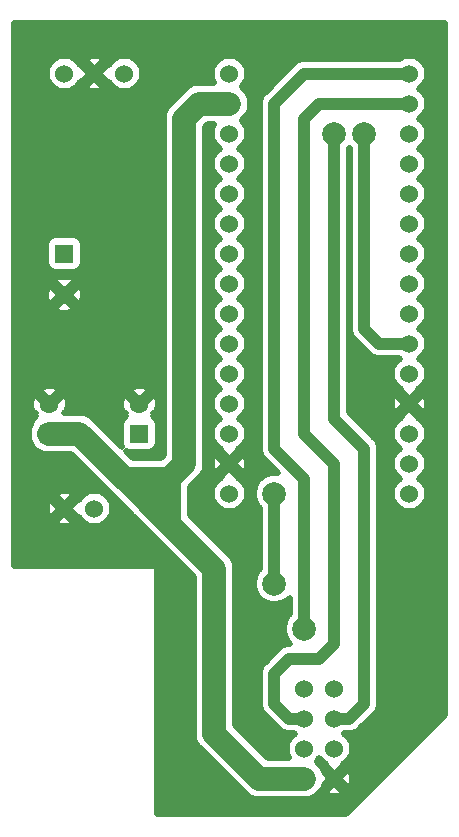
<source format=gbr>
%TF.GenerationSoftware,KiCad,Pcbnew,(5.1.8)-1*%
%TF.CreationDate,2020-11-18T13:48:32-08:00*%
%TF.ProjectId,ard_lightshow,6172645f-6c69-4676-9874-73686f772e6b,rev?*%
%TF.SameCoordinates,Original*%
%TF.FileFunction,Copper,L2,Bot*%
%TF.FilePolarity,Positive*%
%FSLAX46Y46*%
G04 Gerber Fmt 4.6, Leading zero omitted, Abs format (unit mm)*
G04 Created by KiCad (PCBNEW (5.1.8)-1) date 2020-11-18 13:48:32*
%MOMM*%
%LPD*%
G01*
G04 APERTURE LIST*
%TA.AperFunction,ComponentPad*%
%ADD10C,1.524000*%
%TD*%
%TA.AperFunction,ComponentPad*%
%ADD11R,1.600000X1.600000*%
%TD*%
%TA.AperFunction,ComponentPad*%
%ADD12C,1.600000*%
%TD*%
%TA.AperFunction,ViaPad*%
%ADD13C,2.000000*%
%TD*%
%TA.AperFunction,Conductor*%
%ADD14C,2.000000*%
%TD*%
%TA.AperFunction,Conductor*%
%ADD15C,1.000000*%
%TD*%
%TA.AperFunction,Conductor*%
%ADD16C,0.500000*%
%TD*%
%TA.AperFunction,Conductor*%
%ADD17C,0.100000*%
%TD*%
G04 APERTURE END LIST*
D10*
%TO.P,U3,1*%
%TO.N,/VIN*%
X105410000Y-137160000D03*
%TO.P,U3,2*%
%TO.N,/GND*%
X102870000Y-137160000D03*
%TD*%
%TO.P,U2,1*%
%TO.N,Net-(R0-Pad2)*%
X107950000Y-100330000D03*
%TO.P,U2,2*%
%TO.N,/GND*%
X105410000Y-100330000D03*
%TO.P,U2,3*%
%TO.N,/5V0*%
X102870000Y-100330000D03*
%TD*%
D11*
%TO.P,C2,1*%
%TO.N,/VIN*%
X109220000Y-130810000D03*
D12*
%TO.P,C2,2*%
%TO.N,/GND*%
X109220000Y-128310000D03*
%TD*%
D11*
%TO.P,C1,1*%
%TO.N,/5V0*%
X102870000Y-115570000D03*
D12*
%TO.P,C1,2*%
%TO.N,/GND*%
X102870000Y-119070000D03*
%TD*%
D10*
%TO.P,U1,1*%
%TO.N,/GND*%
X125730000Y-160020000D03*
%TO.P,U1,2*%
%TO.N,/CE*%
X125730000Y-157480000D03*
%TO.P,U1,3*%
%TO.N,/SCK*%
X125730000Y-154940000D03*
%TO.P,U1,4*%
%TO.N,/MISO*%
X125730000Y-152400000D03*
%TO.P,U1,8*%
%TO.N,Net-(U1-Pad8)*%
X123190000Y-152400000D03*
%TO.P,U1,7*%
%TO.N,/MOSI*%
X123190000Y-154940000D03*
%TO.P,U1,6*%
%TO.N,/CSN*%
X123190000Y-157480000D03*
%TO.P,U1,5*%
%TO.N,/3V3*%
X123190000Y-160020000D03*
%TD*%
%TO.P,U0,30*%
%TO.N,Net-(U0-Pad30)*%
X132080000Y-135890000D03*
%TO.P,U0,29*%
%TO.N,Net-(U0-Pad29)*%
X132080000Y-133350000D03*
%TO.P,U0,1*%
%TO.N,/SCK*%
X116840000Y-100330000D03*
%TO.P,U0,2*%
%TO.N,/3V3*%
X116840000Y-102870000D03*
%TO.P,U0,3*%
%TO.N,Net-(U0-Pad3)*%
X116840000Y-105410000D03*
%TO.P,U0,4*%
%TO.N,/MIC_OUT*%
X116840000Y-107950000D03*
%TO.P,U0,5*%
%TO.N,Net-(U0-Pad5)*%
X116840000Y-110490000D03*
%TO.P,U0,6*%
%TO.N,Net-(U0-Pad6)*%
X116840000Y-113030000D03*
%TO.P,U0,7*%
%TO.N,Net-(U0-Pad7)*%
X116840000Y-115570000D03*
%TO.P,U0,8*%
%TO.N,Net-(U0-Pad8)*%
X116840000Y-118110000D03*
%TO.P,U0,9*%
%TO.N,Net-(U0-Pad9)*%
X116840000Y-120650000D03*
%TO.P,U0,10*%
%TO.N,Net-(U0-Pad10)*%
X116840000Y-123190000D03*
%TO.P,U0,11*%
%TO.N,Net-(U0-Pad11)*%
X116840000Y-125730000D03*
%TO.P,U0,12*%
%TO.N,/5V0*%
X116840000Y-128270000D03*
%TO.P,U0,13*%
%TO.N,Net-(U0-Pad13)*%
X116840000Y-130810000D03*
%TO.P,U0,14*%
%TO.N,/GND*%
X116840000Y-133350000D03*
%TO.P,U0,15*%
%TO.N,/VIN*%
X116840000Y-135890000D03*
%TO.P,U0,16*%
%TO.N,/MISO*%
X132080000Y-100330000D03*
%TO.P,U0,17*%
%TO.N,/MOSI*%
X132080000Y-102870000D03*
%TO.P,U0,18*%
%TO.N,Net-(U0-Pad18)*%
X132080000Y-105410000D03*
%TO.P,U0,19*%
%TO.N,/CE*%
X132080000Y-107950000D03*
%TO.P,U0,20*%
%TO.N,/CSN*%
X132080000Y-110490000D03*
%TO.P,U0,21*%
%TO.N,Net-(U0-Pad21)*%
X132080000Y-113030000D03*
%TO.P,U0,22*%
%TO.N,Net-(U0-Pad22)*%
X132080000Y-115570000D03*
%TO.P,U0,23*%
%TO.N,Net-(U0-Pad23)*%
X132080000Y-118110000D03*
%TO.P,U0,24*%
%TO.N,Net-(U0-Pad24)*%
X132080000Y-120650000D03*
%TO.P,U0,25*%
%TO.N,/IR_OUT*%
X132080000Y-123190000D03*
%TO.P,U0,26*%
%TO.N,Net-(U0-Pad26)*%
X132080000Y-125730000D03*
%TO.P,U0,27*%
%TO.N,/GND*%
X132080000Y-128270000D03*
%TO.P,U0,28*%
%TO.N,Net-(U0-Pad28)*%
X132080000Y-130810000D03*
%TD*%
D12*
%TO.P,C0,2*%
%TO.N,/GND*%
X101600000Y-128310000D03*
D11*
%TO.P,C0,1*%
%TO.N,/3V3*%
X101600000Y-130810000D03*
%TD*%
D13*
%TO.N,/SCK*%
X125730000Y-105410000D03*
%TO.N,/MISO*%
X123190000Y-147320000D03*
%TO.N,/CE*%
X120650000Y-143510000D03*
X120650000Y-135890000D03*
%TO.N,/IR_OUT*%
X128270000Y-105410000D03*
%TD*%
D14*
%TO.N,/3V3*%
X115570000Y-156210000D02*
X115570000Y-142240000D01*
X119380000Y-160020000D02*
X115570000Y-156210000D01*
X123190000Y-160020000D02*
X119380000Y-160020000D01*
X114300000Y-102870000D02*
X113030000Y-104140000D01*
X116840000Y-102870000D02*
X114300000Y-102870000D01*
X109855000Y-136525000D02*
X108585000Y-135255000D01*
X113030000Y-104140000D02*
X113030000Y-133350000D01*
X107950000Y-134620000D02*
X107315000Y-133985000D01*
X108585000Y-135255000D02*
X107315000Y-133985000D01*
X111760000Y-134620000D02*
X107950000Y-134620000D01*
X113030000Y-133350000D02*
X111760000Y-134620000D01*
X111760000Y-134620000D02*
X109855000Y-136525000D01*
X111760000Y-134620000D02*
X111760000Y-138430000D01*
X111760000Y-138430000D02*
X109855000Y-136525000D01*
X115570000Y-142240000D02*
X111760000Y-138430000D01*
X104140000Y-130810000D02*
X101600000Y-130810000D01*
X107315000Y-133985000D02*
X104140000Y-130810000D01*
D15*
%TO.N,/SCK*%
X127000000Y-154940000D02*
X125730000Y-154940000D01*
X128270000Y-153670000D02*
X127000000Y-154940000D01*
X128270000Y-132080000D02*
X128270000Y-153670000D01*
X125730000Y-129540000D02*
X128270000Y-132080000D01*
X125730000Y-105410000D02*
X125730000Y-129540000D01*
%TO.N,/MISO*%
X123190000Y-134620000D02*
X123190000Y-147320000D01*
X120650000Y-132080000D02*
X123190000Y-134620000D01*
X120650000Y-102870000D02*
X120650000Y-132080000D01*
X123190000Y-100330000D02*
X120650000Y-102870000D01*
X132080000Y-100330000D02*
X123190000Y-100330000D01*
%TO.N,/MOSI*%
X121920000Y-154940000D02*
X123190000Y-154940000D01*
X120650000Y-153670000D02*
X121920000Y-154940000D01*
X121920000Y-149860000D02*
X120650000Y-151130000D01*
X125730000Y-148590000D02*
X124460000Y-149860000D01*
X123190000Y-130810000D02*
X125730000Y-133350000D01*
X120650000Y-151130000D02*
X120650000Y-153670000D01*
X125730000Y-133350000D02*
X125730000Y-148590000D01*
X123190000Y-104140000D02*
X123190000Y-130810000D01*
X124460000Y-102870000D02*
X123190000Y-104140000D01*
X124460000Y-149860000D02*
X121920000Y-149860000D01*
X132080000Y-102870000D02*
X124460000Y-102870000D01*
%TO.N,/CE*%
X120650000Y-135890000D02*
X120650000Y-143510000D01*
%TO.N,/IR_OUT*%
X132080000Y-123190000D02*
X129540000Y-123190000D01*
X129540000Y-123190000D02*
X128270000Y-121920000D01*
X128270000Y-121920000D02*
X128270000Y-107950000D01*
X128270000Y-107950000D02*
X128270000Y-105410000D01*
X128270000Y-105410000D02*
X128270000Y-105410000D01*
%TD*%
D16*
%TO.N,/GND*%
X135090001Y-154608628D02*
X126668630Y-163030000D01*
X110740000Y-163030000D01*
X110740000Y-142240000D01*
X110735196Y-142191227D01*
X110720970Y-142144329D01*
X110697867Y-142101107D01*
X110666777Y-142063223D01*
X110628893Y-142032133D01*
X110585671Y-142009030D01*
X110538773Y-141994804D01*
X110490000Y-141990000D01*
X98590000Y-141990000D01*
X98590000Y-138261772D01*
X102121781Y-138261772D01*
X102191396Y-138519344D01*
X102469630Y-138625614D01*
X102763250Y-138675561D01*
X103060973Y-138667266D01*
X103351357Y-138601048D01*
X103548604Y-138519344D01*
X103618219Y-138261772D01*
X102870000Y-137513553D01*
X102121781Y-138261772D01*
X98590000Y-138261772D01*
X98590000Y-137053250D01*
X101354439Y-137053250D01*
X101362734Y-137350973D01*
X101428952Y-137641357D01*
X101510656Y-137838604D01*
X101768228Y-137908219D01*
X102516447Y-137160000D01*
X103223553Y-137160000D01*
X103971772Y-137908219D01*
X104073166Y-137880815D01*
X104235553Y-138123844D01*
X104446156Y-138334447D01*
X104693799Y-138499917D01*
X104968966Y-138613895D01*
X105261081Y-138672000D01*
X105558919Y-138672000D01*
X105851034Y-138613895D01*
X106126201Y-138499917D01*
X106373844Y-138334447D01*
X106584447Y-138123844D01*
X106749917Y-137876201D01*
X106863895Y-137601034D01*
X106922000Y-137308919D01*
X106922000Y-137011081D01*
X106863895Y-136718966D01*
X106749917Y-136443799D01*
X106584447Y-136196156D01*
X106373844Y-135985553D01*
X106126201Y-135820083D01*
X105851034Y-135706105D01*
X105558919Y-135648000D01*
X105261081Y-135648000D01*
X104968966Y-135706105D01*
X104693799Y-135820083D01*
X104446156Y-135985553D01*
X104235553Y-136196156D01*
X104073166Y-136439185D01*
X103971772Y-136411781D01*
X103223553Y-137160000D01*
X102516447Y-137160000D01*
X101768228Y-136411781D01*
X101510656Y-136481396D01*
X101404386Y-136759630D01*
X101354439Y-137053250D01*
X98590000Y-137053250D01*
X98590000Y-136058228D01*
X102121781Y-136058228D01*
X102870000Y-136806447D01*
X103618219Y-136058228D01*
X103548604Y-135800656D01*
X103270370Y-135694386D01*
X102976750Y-135644439D01*
X102679027Y-135652734D01*
X102388643Y-135718952D01*
X102191396Y-135800656D01*
X102121781Y-136058228D01*
X98590000Y-136058228D01*
X98590000Y-130810000D01*
X99841533Y-130810000D01*
X99875321Y-131153060D01*
X99975388Y-131482936D01*
X100047065Y-131617034D01*
X100060853Y-131757026D01*
X100103739Y-131898401D01*
X100173381Y-132028693D01*
X100267105Y-132142895D01*
X100381307Y-132236619D01*
X100511599Y-132306261D01*
X100652974Y-132349147D01*
X100792966Y-132362935D01*
X100927064Y-132434612D01*
X101256940Y-132534679D01*
X101514032Y-132560000D01*
X103415127Y-132560000D01*
X106138351Y-135283225D01*
X106138356Y-135283229D01*
X106651773Y-135796647D01*
X106706576Y-135863424D01*
X106773351Y-135918225D01*
X107408351Y-136553225D01*
X107408356Y-136553229D01*
X108556783Y-137701657D01*
X108611577Y-137768423D01*
X108678343Y-137823217D01*
X108678351Y-137823225D01*
X108678356Y-137823229D01*
X110461781Y-139606655D01*
X110516577Y-139673424D01*
X110583346Y-139728220D01*
X110583351Y-139728225D01*
X110583356Y-139728229D01*
X113820001Y-142964875D01*
X113820000Y-156124035D01*
X113811533Y-156210000D01*
X113820000Y-156295965D01*
X113820000Y-156295967D01*
X113845321Y-156553059D01*
X113945388Y-156882935D01*
X113945389Y-156882936D01*
X114107888Y-157186952D01*
X114212775Y-157314756D01*
X114326576Y-157453424D01*
X114393356Y-157508229D01*
X118081776Y-161196650D01*
X118136576Y-161263424D01*
X118203350Y-161318224D01*
X118203351Y-161318225D01*
X118403048Y-161482112D01*
X118707063Y-161644612D01*
X118783840Y-161667902D01*
X119036940Y-161744679D01*
X119294032Y-161770000D01*
X119294034Y-161770000D01*
X119380000Y-161778467D01*
X119465966Y-161770000D01*
X123275968Y-161770000D01*
X123533060Y-161744679D01*
X123862936Y-161644612D01*
X124166952Y-161482112D01*
X124433424Y-161263424D01*
X124549674Y-161121772D01*
X124981781Y-161121772D01*
X125051396Y-161379344D01*
X125329630Y-161485614D01*
X125623250Y-161535561D01*
X125920973Y-161527266D01*
X126211357Y-161461048D01*
X126408604Y-161379344D01*
X126478219Y-161121772D01*
X125730000Y-160373553D01*
X124981781Y-161121772D01*
X124549674Y-161121772D01*
X124652112Y-160996952D01*
X124814612Y-160692936D01*
X124862989Y-160533458D01*
X125376447Y-160020000D01*
X126083553Y-160020000D01*
X126831772Y-160768219D01*
X127089344Y-160698604D01*
X127195614Y-160420370D01*
X127245561Y-160126750D01*
X127237266Y-159829027D01*
X127171048Y-159538643D01*
X127089344Y-159341396D01*
X126831772Y-159271781D01*
X126083553Y-160020000D01*
X125376447Y-160020000D01*
X124862989Y-159506542D01*
X124814612Y-159347064D01*
X124652112Y-159043048D01*
X124433424Y-158776576D01*
X124212787Y-158595504D01*
X124364447Y-158443844D01*
X124460000Y-158300839D01*
X124555553Y-158443844D01*
X124766156Y-158654447D01*
X125009185Y-158816834D01*
X124981781Y-158918228D01*
X125730000Y-159666447D01*
X126478219Y-158918228D01*
X126450815Y-158816834D01*
X126693844Y-158654447D01*
X126904447Y-158443844D01*
X127069917Y-158196201D01*
X127183895Y-157921034D01*
X127242000Y-157628919D01*
X127242000Y-157331081D01*
X127183895Y-157038966D01*
X127069917Y-156763799D01*
X126904447Y-156516156D01*
X126693844Y-156305553D01*
X126550839Y-156210000D01*
X126580771Y-156190000D01*
X126938602Y-156190000D01*
X127000000Y-156196047D01*
X127061398Y-156190000D01*
X127061405Y-156190000D01*
X127245043Y-156171913D01*
X127480669Y-156100437D01*
X127697823Y-155984366D01*
X127888160Y-155828160D01*
X127927308Y-155780458D01*
X129110462Y-154597304D01*
X129158160Y-154558160D01*
X129314366Y-154367823D01*
X129430437Y-154150669D01*
X129501913Y-153915043D01*
X129520000Y-153731405D01*
X129520000Y-153731399D01*
X129526047Y-153670001D01*
X129520000Y-153608603D01*
X129520000Y-132141397D01*
X129526047Y-132079999D01*
X129520000Y-132018601D01*
X129520000Y-132018595D01*
X129501913Y-131834957D01*
X129430437Y-131599331D01*
X129314366Y-131382177D01*
X129158160Y-131191840D01*
X129110464Y-131152697D01*
X128618848Y-130661081D01*
X130568000Y-130661081D01*
X130568000Y-130958919D01*
X130626105Y-131251034D01*
X130740083Y-131526201D01*
X130905553Y-131773844D01*
X131116156Y-131984447D01*
X131259161Y-132080000D01*
X131116156Y-132175553D01*
X130905553Y-132386156D01*
X130740083Y-132633799D01*
X130626105Y-132908966D01*
X130568000Y-133201081D01*
X130568000Y-133498919D01*
X130626105Y-133791034D01*
X130740083Y-134066201D01*
X130905553Y-134313844D01*
X131116156Y-134524447D01*
X131259161Y-134620000D01*
X131116156Y-134715553D01*
X130905553Y-134926156D01*
X130740083Y-135173799D01*
X130626105Y-135448966D01*
X130568000Y-135741081D01*
X130568000Y-136038919D01*
X130626105Y-136331034D01*
X130740083Y-136606201D01*
X130905553Y-136853844D01*
X131116156Y-137064447D01*
X131363799Y-137229917D01*
X131638966Y-137343895D01*
X131931081Y-137402000D01*
X132228919Y-137402000D01*
X132521034Y-137343895D01*
X132796201Y-137229917D01*
X133043844Y-137064447D01*
X133254447Y-136853844D01*
X133419917Y-136606201D01*
X133533895Y-136331034D01*
X133592000Y-136038919D01*
X133592000Y-135741081D01*
X133533895Y-135448966D01*
X133419917Y-135173799D01*
X133254447Y-134926156D01*
X133043844Y-134715553D01*
X132900839Y-134620000D01*
X133043844Y-134524447D01*
X133254447Y-134313844D01*
X133419917Y-134066201D01*
X133533895Y-133791034D01*
X133592000Y-133498919D01*
X133592000Y-133201081D01*
X133533895Y-132908966D01*
X133419917Y-132633799D01*
X133254447Y-132386156D01*
X133043844Y-132175553D01*
X132900839Y-132080000D01*
X133043844Y-131984447D01*
X133254447Y-131773844D01*
X133419917Y-131526201D01*
X133533895Y-131251034D01*
X133592000Y-130958919D01*
X133592000Y-130661081D01*
X133533895Y-130368966D01*
X133419917Y-130093799D01*
X133254447Y-129846156D01*
X133043844Y-129635553D01*
X132800815Y-129473166D01*
X132828219Y-129371772D01*
X132080000Y-128623553D01*
X131331781Y-129371772D01*
X131359185Y-129473166D01*
X131116156Y-129635553D01*
X130905553Y-129846156D01*
X130740083Y-130093799D01*
X130626105Y-130368966D01*
X130568000Y-130661081D01*
X128618848Y-130661081D01*
X126980000Y-129022234D01*
X126980000Y-128163250D01*
X130564439Y-128163250D01*
X130572734Y-128460973D01*
X130638952Y-128751357D01*
X130720656Y-128948604D01*
X130978228Y-129018219D01*
X131726447Y-128270000D01*
X132433553Y-128270000D01*
X133181772Y-129018219D01*
X133439344Y-128948604D01*
X133545614Y-128670370D01*
X133595561Y-128376750D01*
X133587266Y-128079027D01*
X133521048Y-127788643D01*
X133439344Y-127591396D01*
X133181772Y-127521781D01*
X132433553Y-128270000D01*
X131726447Y-128270000D01*
X130978228Y-127521781D01*
X130720656Y-127591396D01*
X130614386Y-127869630D01*
X130564439Y-128163250D01*
X126980000Y-128163250D01*
X126980000Y-106634874D01*
X127000000Y-106614874D01*
X127020001Y-106634875D01*
X127020000Y-108011404D01*
X127020001Y-108011414D01*
X127020000Y-121858602D01*
X127013953Y-121920000D01*
X127020000Y-121981398D01*
X127020000Y-121981404D01*
X127038087Y-122165042D01*
X127109563Y-122400668D01*
X127225634Y-122617822D01*
X127381840Y-122808160D01*
X127429542Y-122847308D01*
X128612696Y-124030462D01*
X128651840Y-124078160D01*
X128842177Y-124234366D01*
X129059331Y-124350437D01*
X129294956Y-124421913D01*
X129320538Y-124424433D01*
X129478595Y-124440000D01*
X129478601Y-124440000D01*
X129539999Y-124446047D01*
X129601397Y-124440000D01*
X131229229Y-124440000D01*
X131259161Y-124460000D01*
X131116156Y-124555553D01*
X130905553Y-124766156D01*
X130740083Y-125013799D01*
X130626105Y-125288966D01*
X130568000Y-125581081D01*
X130568000Y-125878919D01*
X130626105Y-126171034D01*
X130740083Y-126446201D01*
X130905553Y-126693844D01*
X131116156Y-126904447D01*
X131359185Y-127066834D01*
X131331781Y-127168228D01*
X132080000Y-127916447D01*
X132828219Y-127168228D01*
X132800815Y-127066834D01*
X133043844Y-126904447D01*
X133254447Y-126693844D01*
X133419917Y-126446201D01*
X133533895Y-126171034D01*
X133592000Y-125878919D01*
X133592000Y-125581081D01*
X133533895Y-125288966D01*
X133419917Y-125013799D01*
X133254447Y-124766156D01*
X133043844Y-124555553D01*
X132900839Y-124460000D01*
X133043844Y-124364447D01*
X133254447Y-124153844D01*
X133419917Y-123906201D01*
X133533895Y-123631034D01*
X133592000Y-123338919D01*
X133592000Y-123041081D01*
X133533895Y-122748966D01*
X133419917Y-122473799D01*
X133254447Y-122226156D01*
X133043844Y-122015553D01*
X132900839Y-121920000D01*
X133043844Y-121824447D01*
X133254447Y-121613844D01*
X133419917Y-121366201D01*
X133533895Y-121091034D01*
X133592000Y-120798919D01*
X133592000Y-120501081D01*
X133533895Y-120208966D01*
X133419917Y-119933799D01*
X133254447Y-119686156D01*
X133043844Y-119475553D01*
X132900839Y-119380000D01*
X133043844Y-119284447D01*
X133254447Y-119073844D01*
X133419917Y-118826201D01*
X133533895Y-118551034D01*
X133592000Y-118258919D01*
X133592000Y-117961081D01*
X133533895Y-117668966D01*
X133419917Y-117393799D01*
X133254447Y-117146156D01*
X133043844Y-116935553D01*
X132900839Y-116840000D01*
X133043844Y-116744447D01*
X133254447Y-116533844D01*
X133419917Y-116286201D01*
X133533895Y-116011034D01*
X133592000Y-115718919D01*
X133592000Y-115421081D01*
X133533895Y-115128966D01*
X133419917Y-114853799D01*
X133254447Y-114606156D01*
X133043844Y-114395553D01*
X132900839Y-114300000D01*
X133043844Y-114204447D01*
X133254447Y-113993844D01*
X133419917Y-113746201D01*
X133533895Y-113471034D01*
X133592000Y-113178919D01*
X133592000Y-112881081D01*
X133533895Y-112588966D01*
X133419917Y-112313799D01*
X133254447Y-112066156D01*
X133043844Y-111855553D01*
X132900839Y-111760000D01*
X133043844Y-111664447D01*
X133254447Y-111453844D01*
X133419917Y-111206201D01*
X133533895Y-110931034D01*
X133592000Y-110638919D01*
X133592000Y-110341081D01*
X133533895Y-110048966D01*
X133419917Y-109773799D01*
X133254447Y-109526156D01*
X133043844Y-109315553D01*
X132900839Y-109220000D01*
X133043844Y-109124447D01*
X133254447Y-108913844D01*
X133419917Y-108666201D01*
X133533895Y-108391034D01*
X133592000Y-108098919D01*
X133592000Y-107801081D01*
X133533895Y-107508966D01*
X133419917Y-107233799D01*
X133254447Y-106986156D01*
X133043844Y-106775553D01*
X132900839Y-106680000D01*
X133043844Y-106584447D01*
X133254447Y-106373844D01*
X133419917Y-106126201D01*
X133533895Y-105851034D01*
X133592000Y-105558919D01*
X133592000Y-105261081D01*
X133533895Y-104968966D01*
X133419917Y-104693799D01*
X133254447Y-104446156D01*
X133043844Y-104235553D01*
X132900839Y-104140000D01*
X133043844Y-104044447D01*
X133254447Y-103833844D01*
X133419917Y-103586201D01*
X133533895Y-103311034D01*
X133592000Y-103018919D01*
X133592000Y-102721081D01*
X133533895Y-102428966D01*
X133419917Y-102153799D01*
X133254447Y-101906156D01*
X133043844Y-101695553D01*
X132900839Y-101600000D01*
X133043844Y-101504447D01*
X133254447Y-101293844D01*
X133419917Y-101046201D01*
X133533895Y-100771034D01*
X133592000Y-100478919D01*
X133592000Y-100181081D01*
X133533895Y-99888966D01*
X133419917Y-99613799D01*
X133254447Y-99366156D01*
X133043844Y-99155553D01*
X132796201Y-98990083D01*
X132521034Y-98876105D01*
X132228919Y-98818000D01*
X131931081Y-98818000D01*
X131638966Y-98876105D01*
X131363799Y-98990083D01*
X131229229Y-99080000D01*
X123251397Y-99080000D01*
X123189999Y-99073953D01*
X123128601Y-99080000D01*
X123128595Y-99080000D01*
X122970538Y-99095567D01*
X122944956Y-99098087D01*
X122890116Y-99114723D01*
X122709331Y-99169563D01*
X122492177Y-99285634D01*
X122301840Y-99441840D01*
X122262696Y-99489537D01*
X119809543Y-101942691D01*
X119761840Y-101981840D01*
X119605634Y-102172178D01*
X119489563Y-102389332D01*
X119418087Y-102624958D01*
X119400000Y-102808596D01*
X119400000Y-102808602D01*
X119393953Y-102870000D01*
X119400000Y-102931398D01*
X119400001Y-132018592D01*
X119393953Y-132080000D01*
X119418087Y-132325042D01*
X119489563Y-132560668D01*
X119489564Y-132560669D01*
X119605635Y-132777823D01*
X119761841Y-132968160D01*
X119809537Y-133007303D01*
X120971998Y-134169765D01*
X120822360Y-134140000D01*
X120477640Y-134140000D01*
X120139544Y-134207251D01*
X119821064Y-134339170D01*
X119534440Y-134530686D01*
X119290686Y-134774440D01*
X119099170Y-135061064D01*
X118967251Y-135379544D01*
X118900000Y-135717640D01*
X118900000Y-136062360D01*
X118967251Y-136400456D01*
X119099170Y-136718936D01*
X119290686Y-137005560D01*
X119400000Y-137114874D01*
X119400001Y-142285125D01*
X119290686Y-142394440D01*
X119099170Y-142681064D01*
X118967251Y-142999544D01*
X118900000Y-143337640D01*
X118900000Y-143682360D01*
X118967251Y-144020456D01*
X119099170Y-144338936D01*
X119290686Y-144625560D01*
X119534440Y-144869314D01*
X119821064Y-145060830D01*
X120139544Y-145192749D01*
X120477640Y-145260000D01*
X120822360Y-145260000D01*
X121160456Y-145192749D01*
X121478936Y-145060830D01*
X121765560Y-144869314D01*
X121940001Y-144694873D01*
X121940001Y-146095125D01*
X121830686Y-146204440D01*
X121639170Y-146491064D01*
X121507251Y-146809544D01*
X121440000Y-147147640D01*
X121440000Y-147492360D01*
X121507251Y-147830456D01*
X121639170Y-148148936D01*
X121830686Y-148435560D01*
X122005126Y-148610000D01*
X121981397Y-148610000D01*
X121919999Y-148603953D01*
X121858601Y-148610000D01*
X121858595Y-148610000D01*
X121700538Y-148625567D01*
X121674956Y-148628087D01*
X121598087Y-148651405D01*
X121439331Y-148699563D01*
X121222177Y-148815634D01*
X121031840Y-148971840D01*
X120992696Y-149019537D01*
X119809542Y-150202692D01*
X119761840Y-150241840D01*
X119605634Y-150432178D01*
X119489563Y-150649332D01*
X119418087Y-150884958D01*
X119400000Y-151068596D01*
X119400000Y-151068602D01*
X119393953Y-151130000D01*
X119400000Y-151191398D01*
X119400001Y-153608593D01*
X119393953Y-153670000D01*
X119418087Y-153915042D01*
X119489563Y-154150668D01*
X119489564Y-154150669D01*
X119605635Y-154367823D01*
X119761841Y-154558160D01*
X119809538Y-154597304D01*
X120992696Y-155780462D01*
X121031840Y-155828160D01*
X121222177Y-155984366D01*
X121439331Y-156100437D01*
X121674956Y-156171913D01*
X121700538Y-156174433D01*
X121858595Y-156190000D01*
X121858601Y-156190000D01*
X121919999Y-156196047D01*
X121981397Y-156190000D01*
X122339229Y-156190000D01*
X122369161Y-156210000D01*
X122226156Y-156305553D01*
X122015553Y-156516156D01*
X121850083Y-156763799D01*
X121736105Y-157038966D01*
X121678000Y-157331081D01*
X121678000Y-157628919D01*
X121736105Y-157921034D01*
X121850083Y-158196201D01*
X121899394Y-158270000D01*
X120104874Y-158270000D01*
X117320000Y-155485127D01*
X117320000Y-142325966D01*
X117328467Y-142240000D01*
X117307994Y-142032133D01*
X117294679Y-141896940D01*
X117194612Y-141567064D01*
X117194612Y-141567063D01*
X117032112Y-141263048D01*
X116868225Y-141063351D01*
X116868224Y-141063350D01*
X116813424Y-140996576D01*
X116746650Y-140941776D01*
X113510000Y-137705127D01*
X113510000Y-135741081D01*
X115328000Y-135741081D01*
X115328000Y-136038919D01*
X115386105Y-136331034D01*
X115500083Y-136606201D01*
X115665553Y-136853844D01*
X115876156Y-137064447D01*
X116123799Y-137229917D01*
X116398966Y-137343895D01*
X116691081Y-137402000D01*
X116988919Y-137402000D01*
X117281034Y-137343895D01*
X117556201Y-137229917D01*
X117803844Y-137064447D01*
X118014447Y-136853844D01*
X118179917Y-136606201D01*
X118293895Y-136331034D01*
X118352000Y-136038919D01*
X118352000Y-135741081D01*
X118293895Y-135448966D01*
X118179917Y-135173799D01*
X118014447Y-134926156D01*
X117803844Y-134715553D01*
X117560815Y-134553166D01*
X117588219Y-134451772D01*
X116840000Y-133703553D01*
X116091781Y-134451772D01*
X116119185Y-134553166D01*
X115876156Y-134715553D01*
X115665553Y-134926156D01*
X115500083Y-135173799D01*
X115386105Y-135448966D01*
X115328000Y-135741081D01*
X113510000Y-135741081D01*
X113510000Y-135344873D01*
X114206649Y-134648225D01*
X114273424Y-134593424D01*
X114389675Y-134451772D01*
X114492112Y-134326953D01*
X114592397Y-134139332D01*
X114654612Y-134022936D01*
X114754679Y-133693060D01*
X114780000Y-133435968D01*
X114780000Y-133435959D01*
X114788466Y-133350001D01*
X114780000Y-133264043D01*
X114780000Y-133243250D01*
X115324439Y-133243250D01*
X115332734Y-133540973D01*
X115398952Y-133831357D01*
X115480656Y-134028604D01*
X115738228Y-134098219D01*
X116486447Y-133350000D01*
X117193553Y-133350000D01*
X117941772Y-134098219D01*
X118199344Y-134028604D01*
X118305614Y-133750370D01*
X118355561Y-133456750D01*
X118347266Y-133159027D01*
X118281048Y-132868643D01*
X118199344Y-132671396D01*
X117941772Y-132601781D01*
X117193553Y-133350000D01*
X116486447Y-133350000D01*
X115738228Y-132601781D01*
X115480656Y-132671396D01*
X115374386Y-132949630D01*
X115324439Y-133243250D01*
X114780000Y-133243250D01*
X114780000Y-104864873D01*
X115024874Y-104620000D01*
X115549394Y-104620000D01*
X115500083Y-104693799D01*
X115386105Y-104968966D01*
X115328000Y-105261081D01*
X115328000Y-105558919D01*
X115386105Y-105851034D01*
X115500083Y-106126201D01*
X115665553Y-106373844D01*
X115876156Y-106584447D01*
X116019161Y-106680000D01*
X115876156Y-106775553D01*
X115665553Y-106986156D01*
X115500083Y-107233799D01*
X115386105Y-107508966D01*
X115328000Y-107801081D01*
X115328000Y-108098919D01*
X115386105Y-108391034D01*
X115500083Y-108666201D01*
X115665553Y-108913844D01*
X115876156Y-109124447D01*
X116019161Y-109220000D01*
X115876156Y-109315553D01*
X115665553Y-109526156D01*
X115500083Y-109773799D01*
X115386105Y-110048966D01*
X115328000Y-110341081D01*
X115328000Y-110638919D01*
X115386105Y-110931034D01*
X115500083Y-111206201D01*
X115665553Y-111453844D01*
X115876156Y-111664447D01*
X116019161Y-111760000D01*
X115876156Y-111855553D01*
X115665553Y-112066156D01*
X115500083Y-112313799D01*
X115386105Y-112588966D01*
X115328000Y-112881081D01*
X115328000Y-113178919D01*
X115386105Y-113471034D01*
X115500083Y-113746201D01*
X115665553Y-113993844D01*
X115876156Y-114204447D01*
X116019161Y-114300000D01*
X115876156Y-114395553D01*
X115665553Y-114606156D01*
X115500083Y-114853799D01*
X115386105Y-115128966D01*
X115328000Y-115421081D01*
X115328000Y-115718919D01*
X115386105Y-116011034D01*
X115500083Y-116286201D01*
X115665553Y-116533844D01*
X115876156Y-116744447D01*
X116019161Y-116840000D01*
X115876156Y-116935553D01*
X115665553Y-117146156D01*
X115500083Y-117393799D01*
X115386105Y-117668966D01*
X115328000Y-117961081D01*
X115328000Y-118258919D01*
X115386105Y-118551034D01*
X115500083Y-118826201D01*
X115665553Y-119073844D01*
X115876156Y-119284447D01*
X116019161Y-119380000D01*
X115876156Y-119475553D01*
X115665553Y-119686156D01*
X115500083Y-119933799D01*
X115386105Y-120208966D01*
X115328000Y-120501081D01*
X115328000Y-120798919D01*
X115386105Y-121091034D01*
X115500083Y-121366201D01*
X115665553Y-121613844D01*
X115876156Y-121824447D01*
X116019161Y-121920000D01*
X115876156Y-122015553D01*
X115665553Y-122226156D01*
X115500083Y-122473799D01*
X115386105Y-122748966D01*
X115328000Y-123041081D01*
X115328000Y-123338919D01*
X115386105Y-123631034D01*
X115500083Y-123906201D01*
X115665553Y-124153844D01*
X115876156Y-124364447D01*
X116019161Y-124460000D01*
X115876156Y-124555553D01*
X115665553Y-124766156D01*
X115500083Y-125013799D01*
X115386105Y-125288966D01*
X115328000Y-125581081D01*
X115328000Y-125878919D01*
X115386105Y-126171034D01*
X115500083Y-126446201D01*
X115665553Y-126693844D01*
X115876156Y-126904447D01*
X116019161Y-127000000D01*
X115876156Y-127095553D01*
X115665553Y-127306156D01*
X115500083Y-127553799D01*
X115386105Y-127828966D01*
X115328000Y-128121081D01*
X115328000Y-128418919D01*
X115386105Y-128711034D01*
X115500083Y-128986201D01*
X115665553Y-129233844D01*
X115876156Y-129444447D01*
X116019161Y-129540000D01*
X115876156Y-129635553D01*
X115665553Y-129846156D01*
X115500083Y-130093799D01*
X115386105Y-130368966D01*
X115328000Y-130661081D01*
X115328000Y-130958919D01*
X115386105Y-131251034D01*
X115500083Y-131526201D01*
X115665553Y-131773844D01*
X115876156Y-131984447D01*
X116119185Y-132146834D01*
X116091781Y-132248228D01*
X116840000Y-132996447D01*
X117588219Y-132248228D01*
X117560815Y-132146834D01*
X117803844Y-131984447D01*
X118014447Y-131773844D01*
X118179917Y-131526201D01*
X118293895Y-131251034D01*
X118352000Y-130958919D01*
X118352000Y-130661081D01*
X118293895Y-130368966D01*
X118179917Y-130093799D01*
X118014447Y-129846156D01*
X117803844Y-129635553D01*
X117660839Y-129540000D01*
X117803844Y-129444447D01*
X118014447Y-129233844D01*
X118179917Y-128986201D01*
X118293895Y-128711034D01*
X118352000Y-128418919D01*
X118352000Y-128121081D01*
X118293895Y-127828966D01*
X118179917Y-127553799D01*
X118014447Y-127306156D01*
X117803844Y-127095553D01*
X117660839Y-127000000D01*
X117803844Y-126904447D01*
X118014447Y-126693844D01*
X118179917Y-126446201D01*
X118293895Y-126171034D01*
X118352000Y-125878919D01*
X118352000Y-125581081D01*
X118293895Y-125288966D01*
X118179917Y-125013799D01*
X118014447Y-124766156D01*
X117803844Y-124555553D01*
X117660839Y-124460000D01*
X117803844Y-124364447D01*
X118014447Y-124153844D01*
X118179917Y-123906201D01*
X118293895Y-123631034D01*
X118352000Y-123338919D01*
X118352000Y-123041081D01*
X118293895Y-122748966D01*
X118179917Y-122473799D01*
X118014447Y-122226156D01*
X117803844Y-122015553D01*
X117660839Y-121920000D01*
X117803844Y-121824447D01*
X118014447Y-121613844D01*
X118179917Y-121366201D01*
X118293895Y-121091034D01*
X118352000Y-120798919D01*
X118352000Y-120501081D01*
X118293895Y-120208966D01*
X118179917Y-119933799D01*
X118014447Y-119686156D01*
X117803844Y-119475553D01*
X117660839Y-119380000D01*
X117803844Y-119284447D01*
X118014447Y-119073844D01*
X118179917Y-118826201D01*
X118293895Y-118551034D01*
X118352000Y-118258919D01*
X118352000Y-117961081D01*
X118293895Y-117668966D01*
X118179917Y-117393799D01*
X118014447Y-117146156D01*
X117803844Y-116935553D01*
X117660839Y-116840000D01*
X117803844Y-116744447D01*
X118014447Y-116533844D01*
X118179917Y-116286201D01*
X118293895Y-116011034D01*
X118352000Y-115718919D01*
X118352000Y-115421081D01*
X118293895Y-115128966D01*
X118179917Y-114853799D01*
X118014447Y-114606156D01*
X117803844Y-114395553D01*
X117660839Y-114300000D01*
X117803844Y-114204447D01*
X118014447Y-113993844D01*
X118179917Y-113746201D01*
X118293895Y-113471034D01*
X118352000Y-113178919D01*
X118352000Y-112881081D01*
X118293895Y-112588966D01*
X118179917Y-112313799D01*
X118014447Y-112066156D01*
X117803844Y-111855553D01*
X117660839Y-111760000D01*
X117803844Y-111664447D01*
X118014447Y-111453844D01*
X118179917Y-111206201D01*
X118293895Y-110931034D01*
X118352000Y-110638919D01*
X118352000Y-110341081D01*
X118293895Y-110048966D01*
X118179917Y-109773799D01*
X118014447Y-109526156D01*
X117803844Y-109315553D01*
X117660839Y-109220000D01*
X117803844Y-109124447D01*
X118014447Y-108913844D01*
X118179917Y-108666201D01*
X118293895Y-108391034D01*
X118352000Y-108098919D01*
X118352000Y-107801081D01*
X118293895Y-107508966D01*
X118179917Y-107233799D01*
X118014447Y-106986156D01*
X117803844Y-106775553D01*
X117660839Y-106680000D01*
X117803844Y-106584447D01*
X118014447Y-106373844D01*
X118179917Y-106126201D01*
X118293895Y-105851034D01*
X118352000Y-105558919D01*
X118352000Y-105261081D01*
X118293895Y-104968966D01*
X118179917Y-104693799D01*
X118014447Y-104446156D01*
X117862787Y-104294496D01*
X118083424Y-104113424D01*
X118302112Y-103846952D01*
X118464612Y-103542936D01*
X118564679Y-103213060D01*
X118598467Y-102870000D01*
X118564679Y-102526940D01*
X118464612Y-102197064D01*
X118302112Y-101893048D01*
X118083424Y-101626576D01*
X117862787Y-101445504D01*
X118014447Y-101293844D01*
X118179917Y-101046201D01*
X118293895Y-100771034D01*
X118352000Y-100478919D01*
X118352000Y-100181081D01*
X118293895Y-99888966D01*
X118179917Y-99613799D01*
X118014447Y-99366156D01*
X117803844Y-99155553D01*
X117556201Y-98990083D01*
X117281034Y-98876105D01*
X116988919Y-98818000D01*
X116691081Y-98818000D01*
X116398966Y-98876105D01*
X116123799Y-98990083D01*
X115876156Y-99155553D01*
X115665553Y-99366156D01*
X115500083Y-99613799D01*
X115386105Y-99888966D01*
X115328000Y-100181081D01*
X115328000Y-100478919D01*
X115386105Y-100771034D01*
X115500083Y-101046201D01*
X115549394Y-101120000D01*
X114385957Y-101120000D01*
X114299999Y-101111534D01*
X114214041Y-101120000D01*
X114214032Y-101120000D01*
X113956940Y-101145321D01*
X113627064Y-101245388D01*
X113485547Y-101321030D01*
X113323047Y-101407888D01*
X113174153Y-101530083D01*
X113056576Y-101626576D01*
X113001775Y-101693351D01*
X111853355Y-102841772D01*
X111786576Y-102896576D01*
X111731775Y-102963352D01*
X111567888Y-103163048D01*
X111541156Y-103213061D01*
X111405388Y-103467065D01*
X111305321Y-103796941D01*
X111293756Y-103914366D01*
X111271533Y-104140000D01*
X111280000Y-104225965D01*
X111280001Y-132625125D01*
X111035127Y-132870000D01*
X108674873Y-132870000D01*
X108613229Y-132808356D01*
X108613225Y-132808351D01*
X108087637Y-132282763D01*
X108131599Y-132306261D01*
X108272974Y-132349147D01*
X108420000Y-132363628D01*
X110020000Y-132363628D01*
X110167026Y-132349147D01*
X110308401Y-132306261D01*
X110438693Y-132236619D01*
X110552895Y-132142895D01*
X110646619Y-132028693D01*
X110716261Y-131898401D01*
X110759147Y-131757026D01*
X110773628Y-131610000D01*
X110773628Y-130010000D01*
X110759147Y-129862974D01*
X110716261Y-129721599D01*
X110646619Y-129591307D01*
X110552895Y-129477105D01*
X110438693Y-129383381D01*
X110379294Y-129351632D01*
X110497241Y-129233685D01*
X110349249Y-129085693D01*
X110610653Y-129011351D01*
X110720758Y-128726571D01*
X110773190Y-128425784D01*
X110765935Y-128120546D01*
X110699270Y-127822589D01*
X110610653Y-127608649D01*
X110349247Y-127534306D01*
X109573553Y-128310000D01*
X109587696Y-128324143D01*
X109234143Y-128677696D01*
X109220000Y-128663553D01*
X109205858Y-128677696D01*
X108852305Y-128324143D01*
X108866447Y-128310000D01*
X108090753Y-127534306D01*
X107829347Y-127608649D01*
X107719242Y-127893429D01*
X107666810Y-128194216D01*
X107674065Y-128499454D01*
X107740730Y-128797411D01*
X107829347Y-129011351D01*
X108090751Y-129085693D01*
X107942759Y-129233685D01*
X108060706Y-129351632D01*
X108001307Y-129383381D01*
X107887105Y-129477105D01*
X107793381Y-129591307D01*
X107723739Y-129721599D01*
X107680853Y-129862974D01*
X107666372Y-130010000D01*
X107666372Y-131610000D01*
X107680853Y-131757026D01*
X107723739Y-131898401D01*
X107747237Y-131942364D01*
X105438229Y-129633356D01*
X105383424Y-129566576D01*
X105116952Y-129347888D01*
X104812936Y-129185388D01*
X104483060Y-129085321D01*
X104225968Y-129060000D01*
X104225965Y-129060000D01*
X104140000Y-129051533D01*
X104054035Y-129060000D01*
X102819593Y-129060000D01*
X102990653Y-129011351D01*
X103100758Y-128726571D01*
X103153190Y-128425784D01*
X103145935Y-128120546D01*
X103079270Y-127822589D01*
X102990653Y-127608649D01*
X102729247Y-127534306D01*
X101953553Y-128310000D01*
X101967696Y-128324143D01*
X101614143Y-128677696D01*
X101600000Y-128663553D01*
X101585858Y-128677696D01*
X101232305Y-128324143D01*
X101246447Y-128310000D01*
X100470753Y-127534306D01*
X100209347Y-127608649D01*
X100099242Y-127893429D01*
X100046810Y-128194216D01*
X100054065Y-128499454D01*
X100120730Y-128797411D01*
X100209347Y-129011351D01*
X100470751Y-129085693D01*
X100322759Y-129233685D01*
X100440706Y-129351632D01*
X100381307Y-129383381D01*
X100267105Y-129477105D01*
X100173381Y-129591307D01*
X100103739Y-129721599D01*
X100060853Y-129862974D01*
X100047065Y-130002966D01*
X99975388Y-130137064D01*
X99875321Y-130466940D01*
X99841533Y-130810000D01*
X98590000Y-130810000D01*
X98590000Y-127180753D01*
X100824306Y-127180753D01*
X101600000Y-127956447D01*
X102375694Y-127180753D01*
X108444306Y-127180753D01*
X109220000Y-127956447D01*
X109995694Y-127180753D01*
X109921351Y-126919347D01*
X109636571Y-126809242D01*
X109335784Y-126756810D01*
X109030546Y-126764065D01*
X108732589Y-126830730D01*
X108518649Y-126919347D01*
X108444306Y-127180753D01*
X102375694Y-127180753D01*
X102301351Y-126919347D01*
X102016571Y-126809242D01*
X101715784Y-126756810D01*
X101410546Y-126764065D01*
X101112589Y-126830730D01*
X100898649Y-126919347D01*
X100824306Y-127180753D01*
X98590000Y-127180753D01*
X98590000Y-120199247D01*
X102094306Y-120199247D01*
X102168649Y-120460653D01*
X102453429Y-120570758D01*
X102754216Y-120623190D01*
X103059454Y-120615935D01*
X103357411Y-120549270D01*
X103571351Y-120460653D01*
X103645694Y-120199247D01*
X102870000Y-119423553D01*
X102094306Y-120199247D01*
X98590000Y-120199247D01*
X98590000Y-118954216D01*
X101316810Y-118954216D01*
X101324065Y-119259454D01*
X101390730Y-119557411D01*
X101479347Y-119771351D01*
X101740753Y-119845694D01*
X102516447Y-119070000D01*
X103223553Y-119070000D01*
X103999247Y-119845694D01*
X104260653Y-119771351D01*
X104370758Y-119486571D01*
X104423190Y-119185784D01*
X104415935Y-118880546D01*
X104349270Y-118582589D01*
X104260653Y-118368649D01*
X103999247Y-118294306D01*
X103223553Y-119070000D01*
X102516447Y-119070000D01*
X101740753Y-118294306D01*
X101479347Y-118368649D01*
X101369242Y-118653429D01*
X101316810Y-118954216D01*
X98590000Y-118954216D01*
X98590000Y-117940753D01*
X102094306Y-117940753D01*
X102870000Y-118716447D01*
X103645694Y-117940753D01*
X103571351Y-117679347D01*
X103286571Y-117569242D01*
X102985784Y-117516810D01*
X102680546Y-117524065D01*
X102382589Y-117590730D01*
X102168649Y-117679347D01*
X102094306Y-117940753D01*
X98590000Y-117940753D01*
X98590000Y-114770000D01*
X101316372Y-114770000D01*
X101316372Y-116370000D01*
X101330853Y-116517026D01*
X101373739Y-116658401D01*
X101443381Y-116788693D01*
X101537105Y-116902895D01*
X101651307Y-116996619D01*
X101781599Y-117066261D01*
X101922974Y-117109147D01*
X102070000Y-117123628D01*
X103670000Y-117123628D01*
X103817026Y-117109147D01*
X103958401Y-117066261D01*
X104088693Y-116996619D01*
X104202895Y-116902895D01*
X104296619Y-116788693D01*
X104366261Y-116658401D01*
X104409147Y-116517026D01*
X104423628Y-116370000D01*
X104423628Y-114770000D01*
X104409147Y-114622974D01*
X104366261Y-114481599D01*
X104296619Y-114351307D01*
X104202895Y-114237105D01*
X104088693Y-114143381D01*
X103958401Y-114073739D01*
X103817026Y-114030853D01*
X103670000Y-114016372D01*
X102070000Y-114016372D01*
X101922974Y-114030853D01*
X101781599Y-114073739D01*
X101651307Y-114143381D01*
X101537105Y-114237105D01*
X101443381Y-114351307D01*
X101373739Y-114481599D01*
X101330853Y-114622974D01*
X101316372Y-114770000D01*
X98590000Y-114770000D01*
X98590000Y-100181081D01*
X101358000Y-100181081D01*
X101358000Y-100478919D01*
X101416105Y-100771034D01*
X101530083Y-101046201D01*
X101695553Y-101293844D01*
X101906156Y-101504447D01*
X102153799Y-101669917D01*
X102428966Y-101783895D01*
X102721081Y-101842000D01*
X103018919Y-101842000D01*
X103311034Y-101783895D01*
X103586201Y-101669917D01*
X103833844Y-101504447D01*
X103906519Y-101431772D01*
X104661781Y-101431772D01*
X104731396Y-101689344D01*
X105009630Y-101795614D01*
X105303250Y-101845561D01*
X105600973Y-101837266D01*
X105891357Y-101771048D01*
X106088604Y-101689344D01*
X106158219Y-101431772D01*
X105410000Y-100683553D01*
X104661781Y-101431772D01*
X103906519Y-101431772D01*
X104044447Y-101293844D01*
X104206834Y-101050815D01*
X104308228Y-101078219D01*
X105056447Y-100330000D01*
X105763553Y-100330000D01*
X106511772Y-101078219D01*
X106613166Y-101050815D01*
X106775553Y-101293844D01*
X106986156Y-101504447D01*
X107233799Y-101669917D01*
X107508966Y-101783895D01*
X107801081Y-101842000D01*
X108098919Y-101842000D01*
X108391034Y-101783895D01*
X108666201Y-101669917D01*
X108913844Y-101504447D01*
X109124447Y-101293844D01*
X109289917Y-101046201D01*
X109403895Y-100771034D01*
X109462000Y-100478919D01*
X109462000Y-100181081D01*
X109403895Y-99888966D01*
X109289917Y-99613799D01*
X109124447Y-99366156D01*
X108913844Y-99155553D01*
X108666201Y-98990083D01*
X108391034Y-98876105D01*
X108098919Y-98818000D01*
X107801081Y-98818000D01*
X107508966Y-98876105D01*
X107233799Y-98990083D01*
X106986156Y-99155553D01*
X106775553Y-99366156D01*
X106613166Y-99609185D01*
X106511772Y-99581781D01*
X105763553Y-100330000D01*
X105056447Y-100330000D01*
X104308228Y-99581781D01*
X104206834Y-99609185D01*
X104044447Y-99366156D01*
X103906519Y-99228228D01*
X104661781Y-99228228D01*
X105410000Y-99976447D01*
X106158219Y-99228228D01*
X106088604Y-98970656D01*
X105810370Y-98864386D01*
X105516750Y-98814439D01*
X105219027Y-98822734D01*
X104928643Y-98888952D01*
X104731396Y-98970656D01*
X104661781Y-99228228D01*
X103906519Y-99228228D01*
X103833844Y-99155553D01*
X103586201Y-98990083D01*
X103311034Y-98876105D01*
X103018919Y-98818000D01*
X102721081Y-98818000D01*
X102428966Y-98876105D01*
X102153799Y-98990083D01*
X101906156Y-99155553D01*
X101695553Y-99366156D01*
X101530083Y-99613799D01*
X101416105Y-99888966D01*
X101358000Y-100181081D01*
X98590000Y-100181081D01*
X98590000Y-96050000D01*
X135090000Y-96050000D01*
X135090001Y-154608628D01*
%TA.AperFunction,Conductor*%
D17*
G36*
X135090001Y-154608628D02*
G01*
X126668630Y-163030000D01*
X110740000Y-163030000D01*
X110740000Y-142240000D01*
X110735196Y-142191227D01*
X110720970Y-142144329D01*
X110697867Y-142101107D01*
X110666777Y-142063223D01*
X110628893Y-142032133D01*
X110585671Y-142009030D01*
X110538773Y-141994804D01*
X110490000Y-141990000D01*
X98590000Y-141990000D01*
X98590000Y-138261772D01*
X102121781Y-138261772D01*
X102191396Y-138519344D01*
X102469630Y-138625614D01*
X102763250Y-138675561D01*
X103060973Y-138667266D01*
X103351357Y-138601048D01*
X103548604Y-138519344D01*
X103618219Y-138261772D01*
X102870000Y-137513553D01*
X102121781Y-138261772D01*
X98590000Y-138261772D01*
X98590000Y-137053250D01*
X101354439Y-137053250D01*
X101362734Y-137350973D01*
X101428952Y-137641357D01*
X101510656Y-137838604D01*
X101768228Y-137908219D01*
X102516447Y-137160000D01*
X103223553Y-137160000D01*
X103971772Y-137908219D01*
X104073166Y-137880815D01*
X104235553Y-138123844D01*
X104446156Y-138334447D01*
X104693799Y-138499917D01*
X104968966Y-138613895D01*
X105261081Y-138672000D01*
X105558919Y-138672000D01*
X105851034Y-138613895D01*
X106126201Y-138499917D01*
X106373844Y-138334447D01*
X106584447Y-138123844D01*
X106749917Y-137876201D01*
X106863895Y-137601034D01*
X106922000Y-137308919D01*
X106922000Y-137011081D01*
X106863895Y-136718966D01*
X106749917Y-136443799D01*
X106584447Y-136196156D01*
X106373844Y-135985553D01*
X106126201Y-135820083D01*
X105851034Y-135706105D01*
X105558919Y-135648000D01*
X105261081Y-135648000D01*
X104968966Y-135706105D01*
X104693799Y-135820083D01*
X104446156Y-135985553D01*
X104235553Y-136196156D01*
X104073166Y-136439185D01*
X103971772Y-136411781D01*
X103223553Y-137160000D01*
X102516447Y-137160000D01*
X101768228Y-136411781D01*
X101510656Y-136481396D01*
X101404386Y-136759630D01*
X101354439Y-137053250D01*
X98590000Y-137053250D01*
X98590000Y-136058228D01*
X102121781Y-136058228D01*
X102870000Y-136806447D01*
X103618219Y-136058228D01*
X103548604Y-135800656D01*
X103270370Y-135694386D01*
X102976750Y-135644439D01*
X102679027Y-135652734D01*
X102388643Y-135718952D01*
X102191396Y-135800656D01*
X102121781Y-136058228D01*
X98590000Y-136058228D01*
X98590000Y-130810000D01*
X99841533Y-130810000D01*
X99875321Y-131153060D01*
X99975388Y-131482936D01*
X100047065Y-131617034D01*
X100060853Y-131757026D01*
X100103739Y-131898401D01*
X100173381Y-132028693D01*
X100267105Y-132142895D01*
X100381307Y-132236619D01*
X100511599Y-132306261D01*
X100652974Y-132349147D01*
X100792966Y-132362935D01*
X100927064Y-132434612D01*
X101256940Y-132534679D01*
X101514032Y-132560000D01*
X103415127Y-132560000D01*
X106138351Y-135283225D01*
X106138356Y-135283229D01*
X106651773Y-135796647D01*
X106706576Y-135863424D01*
X106773351Y-135918225D01*
X107408351Y-136553225D01*
X107408356Y-136553229D01*
X108556783Y-137701657D01*
X108611577Y-137768423D01*
X108678343Y-137823217D01*
X108678351Y-137823225D01*
X108678356Y-137823229D01*
X110461781Y-139606655D01*
X110516577Y-139673424D01*
X110583346Y-139728220D01*
X110583351Y-139728225D01*
X110583356Y-139728229D01*
X113820001Y-142964875D01*
X113820000Y-156124035D01*
X113811533Y-156210000D01*
X113820000Y-156295965D01*
X113820000Y-156295967D01*
X113845321Y-156553059D01*
X113945388Y-156882935D01*
X113945389Y-156882936D01*
X114107888Y-157186952D01*
X114212775Y-157314756D01*
X114326576Y-157453424D01*
X114393356Y-157508229D01*
X118081776Y-161196650D01*
X118136576Y-161263424D01*
X118203350Y-161318224D01*
X118203351Y-161318225D01*
X118403048Y-161482112D01*
X118707063Y-161644612D01*
X118783840Y-161667902D01*
X119036940Y-161744679D01*
X119294032Y-161770000D01*
X119294034Y-161770000D01*
X119380000Y-161778467D01*
X119465966Y-161770000D01*
X123275968Y-161770000D01*
X123533060Y-161744679D01*
X123862936Y-161644612D01*
X124166952Y-161482112D01*
X124433424Y-161263424D01*
X124549674Y-161121772D01*
X124981781Y-161121772D01*
X125051396Y-161379344D01*
X125329630Y-161485614D01*
X125623250Y-161535561D01*
X125920973Y-161527266D01*
X126211357Y-161461048D01*
X126408604Y-161379344D01*
X126478219Y-161121772D01*
X125730000Y-160373553D01*
X124981781Y-161121772D01*
X124549674Y-161121772D01*
X124652112Y-160996952D01*
X124814612Y-160692936D01*
X124862989Y-160533458D01*
X125376447Y-160020000D01*
X126083553Y-160020000D01*
X126831772Y-160768219D01*
X127089344Y-160698604D01*
X127195614Y-160420370D01*
X127245561Y-160126750D01*
X127237266Y-159829027D01*
X127171048Y-159538643D01*
X127089344Y-159341396D01*
X126831772Y-159271781D01*
X126083553Y-160020000D01*
X125376447Y-160020000D01*
X124862989Y-159506542D01*
X124814612Y-159347064D01*
X124652112Y-159043048D01*
X124433424Y-158776576D01*
X124212787Y-158595504D01*
X124364447Y-158443844D01*
X124460000Y-158300839D01*
X124555553Y-158443844D01*
X124766156Y-158654447D01*
X125009185Y-158816834D01*
X124981781Y-158918228D01*
X125730000Y-159666447D01*
X126478219Y-158918228D01*
X126450815Y-158816834D01*
X126693844Y-158654447D01*
X126904447Y-158443844D01*
X127069917Y-158196201D01*
X127183895Y-157921034D01*
X127242000Y-157628919D01*
X127242000Y-157331081D01*
X127183895Y-157038966D01*
X127069917Y-156763799D01*
X126904447Y-156516156D01*
X126693844Y-156305553D01*
X126550839Y-156210000D01*
X126580771Y-156190000D01*
X126938602Y-156190000D01*
X127000000Y-156196047D01*
X127061398Y-156190000D01*
X127061405Y-156190000D01*
X127245043Y-156171913D01*
X127480669Y-156100437D01*
X127697823Y-155984366D01*
X127888160Y-155828160D01*
X127927308Y-155780458D01*
X129110462Y-154597304D01*
X129158160Y-154558160D01*
X129314366Y-154367823D01*
X129430437Y-154150669D01*
X129501913Y-153915043D01*
X129520000Y-153731405D01*
X129520000Y-153731399D01*
X129526047Y-153670001D01*
X129520000Y-153608603D01*
X129520000Y-132141397D01*
X129526047Y-132079999D01*
X129520000Y-132018601D01*
X129520000Y-132018595D01*
X129501913Y-131834957D01*
X129430437Y-131599331D01*
X129314366Y-131382177D01*
X129158160Y-131191840D01*
X129110464Y-131152697D01*
X128618848Y-130661081D01*
X130568000Y-130661081D01*
X130568000Y-130958919D01*
X130626105Y-131251034D01*
X130740083Y-131526201D01*
X130905553Y-131773844D01*
X131116156Y-131984447D01*
X131259161Y-132080000D01*
X131116156Y-132175553D01*
X130905553Y-132386156D01*
X130740083Y-132633799D01*
X130626105Y-132908966D01*
X130568000Y-133201081D01*
X130568000Y-133498919D01*
X130626105Y-133791034D01*
X130740083Y-134066201D01*
X130905553Y-134313844D01*
X131116156Y-134524447D01*
X131259161Y-134620000D01*
X131116156Y-134715553D01*
X130905553Y-134926156D01*
X130740083Y-135173799D01*
X130626105Y-135448966D01*
X130568000Y-135741081D01*
X130568000Y-136038919D01*
X130626105Y-136331034D01*
X130740083Y-136606201D01*
X130905553Y-136853844D01*
X131116156Y-137064447D01*
X131363799Y-137229917D01*
X131638966Y-137343895D01*
X131931081Y-137402000D01*
X132228919Y-137402000D01*
X132521034Y-137343895D01*
X132796201Y-137229917D01*
X133043844Y-137064447D01*
X133254447Y-136853844D01*
X133419917Y-136606201D01*
X133533895Y-136331034D01*
X133592000Y-136038919D01*
X133592000Y-135741081D01*
X133533895Y-135448966D01*
X133419917Y-135173799D01*
X133254447Y-134926156D01*
X133043844Y-134715553D01*
X132900839Y-134620000D01*
X133043844Y-134524447D01*
X133254447Y-134313844D01*
X133419917Y-134066201D01*
X133533895Y-133791034D01*
X133592000Y-133498919D01*
X133592000Y-133201081D01*
X133533895Y-132908966D01*
X133419917Y-132633799D01*
X133254447Y-132386156D01*
X133043844Y-132175553D01*
X132900839Y-132080000D01*
X133043844Y-131984447D01*
X133254447Y-131773844D01*
X133419917Y-131526201D01*
X133533895Y-131251034D01*
X133592000Y-130958919D01*
X133592000Y-130661081D01*
X133533895Y-130368966D01*
X133419917Y-130093799D01*
X133254447Y-129846156D01*
X133043844Y-129635553D01*
X132800815Y-129473166D01*
X132828219Y-129371772D01*
X132080000Y-128623553D01*
X131331781Y-129371772D01*
X131359185Y-129473166D01*
X131116156Y-129635553D01*
X130905553Y-129846156D01*
X130740083Y-130093799D01*
X130626105Y-130368966D01*
X130568000Y-130661081D01*
X128618848Y-130661081D01*
X126980000Y-129022234D01*
X126980000Y-128163250D01*
X130564439Y-128163250D01*
X130572734Y-128460973D01*
X130638952Y-128751357D01*
X130720656Y-128948604D01*
X130978228Y-129018219D01*
X131726447Y-128270000D01*
X132433553Y-128270000D01*
X133181772Y-129018219D01*
X133439344Y-128948604D01*
X133545614Y-128670370D01*
X133595561Y-128376750D01*
X133587266Y-128079027D01*
X133521048Y-127788643D01*
X133439344Y-127591396D01*
X133181772Y-127521781D01*
X132433553Y-128270000D01*
X131726447Y-128270000D01*
X130978228Y-127521781D01*
X130720656Y-127591396D01*
X130614386Y-127869630D01*
X130564439Y-128163250D01*
X126980000Y-128163250D01*
X126980000Y-106634874D01*
X127000000Y-106614874D01*
X127020001Y-106634875D01*
X127020000Y-108011404D01*
X127020001Y-108011414D01*
X127020000Y-121858602D01*
X127013953Y-121920000D01*
X127020000Y-121981398D01*
X127020000Y-121981404D01*
X127038087Y-122165042D01*
X127109563Y-122400668D01*
X127225634Y-122617822D01*
X127381840Y-122808160D01*
X127429542Y-122847308D01*
X128612696Y-124030462D01*
X128651840Y-124078160D01*
X128842177Y-124234366D01*
X129059331Y-124350437D01*
X129294956Y-124421913D01*
X129320538Y-124424433D01*
X129478595Y-124440000D01*
X129478601Y-124440000D01*
X129539999Y-124446047D01*
X129601397Y-124440000D01*
X131229229Y-124440000D01*
X131259161Y-124460000D01*
X131116156Y-124555553D01*
X130905553Y-124766156D01*
X130740083Y-125013799D01*
X130626105Y-125288966D01*
X130568000Y-125581081D01*
X130568000Y-125878919D01*
X130626105Y-126171034D01*
X130740083Y-126446201D01*
X130905553Y-126693844D01*
X131116156Y-126904447D01*
X131359185Y-127066834D01*
X131331781Y-127168228D01*
X132080000Y-127916447D01*
X132828219Y-127168228D01*
X132800815Y-127066834D01*
X133043844Y-126904447D01*
X133254447Y-126693844D01*
X133419917Y-126446201D01*
X133533895Y-126171034D01*
X133592000Y-125878919D01*
X133592000Y-125581081D01*
X133533895Y-125288966D01*
X133419917Y-125013799D01*
X133254447Y-124766156D01*
X133043844Y-124555553D01*
X132900839Y-124460000D01*
X133043844Y-124364447D01*
X133254447Y-124153844D01*
X133419917Y-123906201D01*
X133533895Y-123631034D01*
X133592000Y-123338919D01*
X133592000Y-123041081D01*
X133533895Y-122748966D01*
X133419917Y-122473799D01*
X133254447Y-122226156D01*
X133043844Y-122015553D01*
X132900839Y-121920000D01*
X133043844Y-121824447D01*
X133254447Y-121613844D01*
X133419917Y-121366201D01*
X133533895Y-121091034D01*
X133592000Y-120798919D01*
X133592000Y-120501081D01*
X133533895Y-120208966D01*
X133419917Y-119933799D01*
X133254447Y-119686156D01*
X133043844Y-119475553D01*
X132900839Y-119380000D01*
X133043844Y-119284447D01*
X133254447Y-119073844D01*
X133419917Y-118826201D01*
X133533895Y-118551034D01*
X133592000Y-118258919D01*
X133592000Y-117961081D01*
X133533895Y-117668966D01*
X133419917Y-117393799D01*
X133254447Y-117146156D01*
X133043844Y-116935553D01*
X132900839Y-116840000D01*
X133043844Y-116744447D01*
X133254447Y-116533844D01*
X133419917Y-116286201D01*
X133533895Y-116011034D01*
X133592000Y-115718919D01*
X133592000Y-115421081D01*
X133533895Y-115128966D01*
X133419917Y-114853799D01*
X133254447Y-114606156D01*
X133043844Y-114395553D01*
X132900839Y-114300000D01*
X133043844Y-114204447D01*
X133254447Y-113993844D01*
X133419917Y-113746201D01*
X133533895Y-113471034D01*
X133592000Y-113178919D01*
X133592000Y-112881081D01*
X133533895Y-112588966D01*
X133419917Y-112313799D01*
X133254447Y-112066156D01*
X133043844Y-111855553D01*
X132900839Y-111760000D01*
X133043844Y-111664447D01*
X133254447Y-111453844D01*
X133419917Y-111206201D01*
X133533895Y-110931034D01*
X133592000Y-110638919D01*
X133592000Y-110341081D01*
X133533895Y-110048966D01*
X133419917Y-109773799D01*
X133254447Y-109526156D01*
X133043844Y-109315553D01*
X132900839Y-109220000D01*
X133043844Y-109124447D01*
X133254447Y-108913844D01*
X133419917Y-108666201D01*
X133533895Y-108391034D01*
X133592000Y-108098919D01*
X133592000Y-107801081D01*
X133533895Y-107508966D01*
X133419917Y-107233799D01*
X133254447Y-106986156D01*
X133043844Y-106775553D01*
X132900839Y-106680000D01*
X133043844Y-106584447D01*
X133254447Y-106373844D01*
X133419917Y-106126201D01*
X133533895Y-105851034D01*
X133592000Y-105558919D01*
X133592000Y-105261081D01*
X133533895Y-104968966D01*
X133419917Y-104693799D01*
X133254447Y-104446156D01*
X133043844Y-104235553D01*
X132900839Y-104140000D01*
X133043844Y-104044447D01*
X133254447Y-103833844D01*
X133419917Y-103586201D01*
X133533895Y-103311034D01*
X133592000Y-103018919D01*
X133592000Y-102721081D01*
X133533895Y-102428966D01*
X133419917Y-102153799D01*
X133254447Y-101906156D01*
X133043844Y-101695553D01*
X132900839Y-101600000D01*
X133043844Y-101504447D01*
X133254447Y-101293844D01*
X133419917Y-101046201D01*
X133533895Y-100771034D01*
X133592000Y-100478919D01*
X133592000Y-100181081D01*
X133533895Y-99888966D01*
X133419917Y-99613799D01*
X133254447Y-99366156D01*
X133043844Y-99155553D01*
X132796201Y-98990083D01*
X132521034Y-98876105D01*
X132228919Y-98818000D01*
X131931081Y-98818000D01*
X131638966Y-98876105D01*
X131363799Y-98990083D01*
X131229229Y-99080000D01*
X123251397Y-99080000D01*
X123189999Y-99073953D01*
X123128601Y-99080000D01*
X123128595Y-99080000D01*
X122970538Y-99095567D01*
X122944956Y-99098087D01*
X122890116Y-99114723D01*
X122709331Y-99169563D01*
X122492177Y-99285634D01*
X122301840Y-99441840D01*
X122262696Y-99489537D01*
X119809543Y-101942691D01*
X119761840Y-101981840D01*
X119605634Y-102172178D01*
X119489563Y-102389332D01*
X119418087Y-102624958D01*
X119400000Y-102808596D01*
X119400000Y-102808602D01*
X119393953Y-102870000D01*
X119400000Y-102931398D01*
X119400001Y-132018592D01*
X119393953Y-132080000D01*
X119418087Y-132325042D01*
X119489563Y-132560668D01*
X119489564Y-132560669D01*
X119605635Y-132777823D01*
X119761841Y-132968160D01*
X119809537Y-133007303D01*
X120971998Y-134169765D01*
X120822360Y-134140000D01*
X120477640Y-134140000D01*
X120139544Y-134207251D01*
X119821064Y-134339170D01*
X119534440Y-134530686D01*
X119290686Y-134774440D01*
X119099170Y-135061064D01*
X118967251Y-135379544D01*
X118900000Y-135717640D01*
X118900000Y-136062360D01*
X118967251Y-136400456D01*
X119099170Y-136718936D01*
X119290686Y-137005560D01*
X119400000Y-137114874D01*
X119400001Y-142285125D01*
X119290686Y-142394440D01*
X119099170Y-142681064D01*
X118967251Y-142999544D01*
X118900000Y-143337640D01*
X118900000Y-143682360D01*
X118967251Y-144020456D01*
X119099170Y-144338936D01*
X119290686Y-144625560D01*
X119534440Y-144869314D01*
X119821064Y-145060830D01*
X120139544Y-145192749D01*
X120477640Y-145260000D01*
X120822360Y-145260000D01*
X121160456Y-145192749D01*
X121478936Y-145060830D01*
X121765560Y-144869314D01*
X121940001Y-144694873D01*
X121940001Y-146095125D01*
X121830686Y-146204440D01*
X121639170Y-146491064D01*
X121507251Y-146809544D01*
X121440000Y-147147640D01*
X121440000Y-147492360D01*
X121507251Y-147830456D01*
X121639170Y-148148936D01*
X121830686Y-148435560D01*
X122005126Y-148610000D01*
X121981397Y-148610000D01*
X121919999Y-148603953D01*
X121858601Y-148610000D01*
X121858595Y-148610000D01*
X121700538Y-148625567D01*
X121674956Y-148628087D01*
X121598087Y-148651405D01*
X121439331Y-148699563D01*
X121222177Y-148815634D01*
X121031840Y-148971840D01*
X120992696Y-149019537D01*
X119809542Y-150202692D01*
X119761840Y-150241840D01*
X119605634Y-150432178D01*
X119489563Y-150649332D01*
X119418087Y-150884958D01*
X119400000Y-151068596D01*
X119400000Y-151068602D01*
X119393953Y-151130000D01*
X119400000Y-151191398D01*
X119400001Y-153608593D01*
X119393953Y-153670000D01*
X119418087Y-153915042D01*
X119489563Y-154150668D01*
X119489564Y-154150669D01*
X119605635Y-154367823D01*
X119761841Y-154558160D01*
X119809538Y-154597304D01*
X120992696Y-155780462D01*
X121031840Y-155828160D01*
X121222177Y-155984366D01*
X121439331Y-156100437D01*
X121674956Y-156171913D01*
X121700538Y-156174433D01*
X121858595Y-156190000D01*
X121858601Y-156190000D01*
X121919999Y-156196047D01*
X121981397Y-156190000D01*
X122339229Y-156190000D01*
X122369161Y-156210000D01*
X122226156Y-156305553D01*
X122015553Y-156516156D01*
X121850083Y-156763799D01*
X121736105Y-157038966D01*
X121678000Y-157331081D01*
X121678000Y-157628919D01*
X121736105Y-157921034D01*
X121850083Y-158196201D01*
X121899394Y-158270000D01*
X120104874Y-158270000D01*
X117320000Y-155485127D01*
X117320000Y-142325966D01*
X117328467Y-142240000D01*
X117307994Y-142032133D01*
X117294679Y-141896940D01*
X117194612Y-141567064D01*
X117194612Y-141567063D01*
X117032112Y-141263048D01*
X116868225Y-141063351D01*
X116868224Y-141063350D01*
X116813424Y-140996576D01*
X116746650Y-140941776D01*
X113510000Y-137705127D01*
X113510000Y-135741081D01*
X115328000Y-135741081D01*
X115328000Y-136038919D01*
X115386105Y-136331034D01*
X115500083Y-136606201D01*
X115665553Y-136853844D01*
X115876156Y-137064447D01*
X116123799Y-137229917D01*
X116398966Y-137343895D01*
X116691081Y-137402000D01*
X116988919Y-137402000D01*
X117281034Y-137343895D01*
X117556201Y-137229917D01*
X117803844Y-137064447D01*
X118014447Y-136853844D01*
X118179917Y-136606201D01*
X118293895Y-136331034D01*
X118352000Y-136038919D01*
X118352000Y-135741081D01*
X118293895Y-135448966D01*
X118179917Y-135173799D01*
X118014447Y-134926156D01*
X117803844Y-134715553D01*
X117560815Y-134553166D01*
X117588219Y-134451772D01*
X116840000Y-133703553D01*
X116091781Y-134451772D01*
X116119185Y-134553166D01*
X115876156Y-134715553D01*
X115665553Y-134926156D01*
X115500083Y-135173799D01*
X115386105Y-135448966D01*
X115328000Y-135741081D01*
X113510000Y-135741081D01*
X113510000Y-135344873D01*
X114206649Y-134648225D01*
X114273424Y-134593424D01*
X114389675Y-134451772D01*
X114492112Y-134326953D01*
X114592397Y-134139332D01*
X114654612Y-134022936D01*
X114754679Y-133693060D01*
X114780000Y-133435968D01*
X114780000Y-133435959D01*
X114788466Y-133350001D01*
X114780000Y-133264043D01*
X114780000Y-133243250D01*
X115324439Y-133243250D01*
X115332734Y-133540973D01*
X115398952Y-133831357D01*
X115480656Y-134028604D01*
X115738228Y-134098219D01*
X116486447Y-133350000D01*
X117193553Y-133350000D01*
X117941772Y-134098219D01*
X118199344Y-134028604D01*
X118305614Y-133750370D01*
X118355561Y-133456750D01*
X118347266Y-133159027D01*
X118281048Y-132868643D01*
X118199344Y-132671396D01*
X117941772Y-132601781D01*
X117193553Y-133350000D01*
X116486447Y-133350000D01*
X115738228Y-132601781D01*
X115480656Y-132671396D01*
X115374386Y-132949630D01*
X115324439Y-133243250D01*
X114780000Y-133243250D01*
X114780000Y-104864873D01*
X115024874Y-104620000D01*
X115549394Y-104620000D01*
X115500083Y-104693799D01*
X115386105Y-104968966D01*
X115328000Y-105261081D01*
X115328000Y-105558919D01*
X115386105Y-105851034D01*
X115500083Y-106126201D01*
X115665553Y-106373844D01*
X115876156Y-106584447D01*
X116019161Y-106680000D01*
X115876156Y-106775553D01*
X115665553Y-106986156D01*
X115500083Y-107233799D01*
X115386105Y-107508966D01*
X115328000Y-107801081D01*
X115328000Y-108098919D01*
X115386105Y-108391034D01*
X115500083Y-108666201D01*
X115665553Y-108913844D01*
X115876156Y-109124447D01*
X116019161Y-109220000D01*
X115876156Y-109315553D01*
X115665553Y-109526156D01*
X115500083Y-109773799D01*
X115386105Y-110048966D01*
X115328000Y-110341081D01*
X115328000Y-110638919D01*
X115386105Y-110931034D01*
X115500083Y-111206201D01*
X115665553Y-111453844D01*
X115876156Y-111664447D01*
X116019161Y-111760000D01*
X115876156Y-111855553D01*
X115665553Y-112066156D01*
X115500083Y-112313799D01*
X115386105Y-112588966D01*
X115328000Y-112881081D01*
X115328000Y-113178919D01*
X115386105Y-113471034D01*
X115500083Y-113746201D01*
X115665553Y-113993844D01*
X115876156Y-114204447D01*
X116019161Y-114300000D01*
X115876156Y-114395553D01*
X115665553Y-114606156D01*
X115500083Y-114853799D01*
X115386105Y-115128966D01*
X115328000Y-115421081D01*
X115328000Y-115718919D01*
X115386105Y-116011034D01*
X115500083Y-116286201D01*
X115665553Y-116533844D01*
X115876156Y-116744447D01*
X116019161Y-116840000D01*
X115876156Y-116935553D01*
X115665553Y-117146156D01*
X115500083Y-117393799D01*
X115386105Y-117668966D01*
X115328000Y-117961081D01*
X115328000Y-118258919D01*
X115386105Y-118551034D01*
X115500083Y-118826201D01*
X115665553Y-119073844D01*
X115876156Y-119284447D01*
X116019161Y-119380000D01*
X115876156Y-119475553D01*
X115665553Y-119686156D01*
X115500083Y-119933799D01*
X115386105Y-120208966D01*
X115328000Y-120501081D01*
X115328000Y-120798919D01*
X115386105Y-121091034D01*
X115500083Y-121366201D01*
X115665553Y-121613844D01*
X115876156Y-121824447D01*
X116019161Y-121920000D01*
X115876156Y-122015553D01*
X115665553Y-122226156D01*
X115500083Y-122473799D01*
X115386105Y-122748966D01*
X115328000Y-123041081D01*
X115328000Y-123338919D01*
X115386105Y-123631034D01*
X115500083Y-123906201D01*
X115665553Y-124153844D01*
X115876156Y-124364447D01*
X116019161Y-124460000D01*
X115876156Y-124555553D01*
X115665553Y-124766156D01*
X115500083Y-125013799D01*
X115386105Y-125288966D01*
X115328000Y-125581081D01*
X115328000Y-125878919D01*
X115386105Y-126171034D01*
X115500083Y-126446201D01*
X115665553Y-126693844D01*
X115876156Y-126904447D01*
X116019161Y-127000000D01*
X115876156Y-127095553D01*
X115665553Y-127306156D01*
X115500083Y-127553799D01*
X115386105Y-127828966D01*
X115328000Y-128121081D01*
X115328000Y-128418919D01*
X115386105Y-128711034D01*
X115500083Y-128986201D01*
X115665553Y-129233844D01*
X115876156Y-129444447D01*
X116019161Y-129540000D01*
X115876156Y-129635553D01*
X115665553Y-129846156D01*
X115500083Y-130093799D01*
X115386105Y-130368966D01*
X115328000Y-130661081D01*
X115328000Y-130958919D01*
X115386105Y-131251034D01*
X115500083Y-131526201D01*
X115665553Y-131773844D01*
X115876156Y-131984447D01*
X116119185Y-132146834D01*
X116091781Y-132248228D01*
X116840000Y-132996447D01*
X117588219Y-132248228D01*
X117560815Y-132146834D01*
X117803844Y-131984447D01*
X118014447Y-131773844D01*
X118179917Y-131526201D01*
X118293895Y-131251034D01*
X118352000Y-130958919D01*
X118352000Y-130661081D01*
X118293895Y-130368966D01*
X118179917Y-130093799D01*
X118014447Y-129846156D01*
X117803844Y-129635553D01*
X117660839Y-129540000D01*
X117803844Y-129444447D01*
X118014447Y-129233844D01*
X118179917Y-128986201D01*
X118293895Y-128711034D01*
X118352000Y-128418919D01*
X118352000Y-128121081D01*
X118293895Y-127828966D01*
X118179917Y-127553799D01*
X118014447Y-127306156D01*
X117803844Y-127095553D01*
X117660839Y-127000000D01*
X117803844Y-126904447D01*
X118014447Y-126693844D01*
X118179917Y-126446201D01*
X118293895Y-126171034D01*
X118352000Y-125878919D01*
X118352000Y-125581081D01*
X118293895Y-125288966D01*
X118179917Y-125013799D01*
X118014447Y-124766156D01*
X117803844Y-124555553D01*
X117660839Y-124460000D01*
X117803844Y-124364447D01*
X118014447Y-124153844D01*
X118179917Y-123906201D01*
X118293895Y-123631034D01*
X118352000Y-123338919D01*
X118352000Y-123041081D01*
X118293895Y-122748966D01*
X118179917Y-122473799D01*
X118014447Y-122226156D01*
X117803844Y-122015553D01*
X117660839Y-121920000D01*
X117803844Y-121824447D01*
X118014447Y-121613844D01*
X118179917Y-121366201D01*
X118293895Y-121091034D01*
X118352000Y-120798919D01*
X118352000Y-120501081D01*
X118293895Y-120208966D01*
X118179917Y-119933799D01*
X118014447Y-119686156D01*
X117803844Y-119475553D01*
X117660839Y-119380000D01*
X117803844Y-119284447D01*
X118014447Y-119073844D01*
X118179917Y-118826201D01*
X118293895Y-118551034D01*
X118352000Y-118258919D01*
X118352000Y-117961081D01*
X118293895Y-117668966D01*
X118179917Y-117393799D01*
X118014447Y-117146156D01*
X117803844Y-116935553D01*
X117660839Y-116840000D01*
X117803844Y-116744447D01*
X118014447Y-116533844D01*
X118179917Y-116286201D01*
X118293895Y-116011034D01*
X118352000Y-115718919D01*
X118352000Y-115421081D01*
X118293895Y-115128966D01*
X118179917Y-114853799D01*
X118014447Y-114606156D01*
X117803844Y-114395553D01*
X117660839Y-114300000D01*
X117803844Y-114204447D01*
X118014447Y-113993844D01*
X118179917Y-113746201D01*
X118293895Y-113471034D01*
X118352000Y-113178919D01*
X118352000Y-112881081D01*
X118293895Y-112588966D01*
X118179917Y-112313799D01*
X118014447Y-112066156D01*
X117803844Y-111855553D01*
X117660839Y-111760000D01*
X117803844Y-111664447D01*
X118014447Y-111453844D01*
X118179917Y-111206201D01*
X118293895Y-110931034D01*
X118352000Y-110638919D01*
X118352000Y-110341081D01*
X118293895Y-110048966D01*
X118179917Y-109773799D01*
X118014447Y-109526156D01*
X117803844Y-109315553D01*
X117660839Y-109220000D01*
X117803844Y-109124447D01*
X118014447Y-108913844D01*
X118179917Y-108666201D01*
X118293895Y-108391034D01*
X118352000Y-108098919D01*
X118352000Y-107801081D01*
X118293895Y-107508966D01*
X118179917Y-107233799D01*
X118014447Y-106986156D01*
X117803844Y-106775553D01*
X117660839Y-106680000D01*
X117803844Y-106584447D01*
X118014447Y-106373844D01*
X118179917Y-106126201D01*
X118293895Y-105851034D01*
X118352000Y-105558919D01*
X118352000Y-105261081D01*
X118293895Y-104968966D01*
X118179917Y-104693799D01*
X118014447Y-104446156D01*
X117862787Y-104294496D01*
X118083424Y-104113424D01*
X118302112Y-103846952D01*
X118464612Y-103542936D01*
X118564679Y-103213060D01*
X118598467Y-102870000D01*
X118564679Y-102526940D01*
X118464612Y-102197064D01*
X118302112Y-101893048D01*
X118083424Y-101626576D01*
X117862787Y-101445504D01*
X118014447Y-101293844D01*
X118179917Y-101046201D01*
X118293895Y-100771034D01*
X118352000Y-100478919D01*
X118352000Y-100181081D01*
X118293895Y-99888966D01*
X118179917Y-99613799D01*
X118014447Y-99366156D01*
X117803844Y-99155553D01*
X117556201Y-98990083D01*
X117281034Y-98876105D01*
X116988919Y-98818000D01*
X116691081Y-98818000D01*
X116398966Y-98876105D01*
X116123799Y-98990083D01*
X115876156Y-99155553D01*
X115665553Y-99366156D01*
X115500083Y-99613799D01*
X115386105Y-99888966D01*
X115328000Y-100181081D01*
X115328000Y-100478919D01*
X115386105Y-100771034D01*
X115500083Y-101046201D01*
X115549394Y-101120000D01*
X114385957Y-101120000D01*
X114299999Y-101111534D01*
X114214041Y-101120000D01*
X114214032Y-101120000D01*
X113956940Y-101145321D01*
X113627064Y-101245388D01*
X113485547Y-101321030D01*
X113323047Y-101407888D01*
X113174153Y-101530083D01*
X113056576Y-101626576D01*
X113001775Y-101693351D01*
X111853355Y-102841772D01*
X111786576Y-102896576D01*
X111731775Y-102963352D01*
X111567888Y-103163048D01*
X111541156Y-103213061D01*
X111405388Y-103467065D01*
X111305321Y-103796941D01*
X111293756Y-103914366D01*
X111271533Y-104140000D01*
X111280000Y-104225965D01*
X111280001Y-132625125D01*
X111035127Y-132870000D01*
X108674873Y-132870000D01*
X108613229Y-132808356D01*
X108613225Y-132808351D01*
X108087637Y-132282763D01*
X108131599Y-132306261D01*
X108272974Y-132349147D01*
X108420000Y-132363628D01*
X110020000Y-132363628D01*
X110167026Y-132349147D01*
X110308401Y-132306261D01*
X110438693Y-132236619D01*
X110552895Y-132142895D01*
X110646619Y-132028693D01*
X110716261Y-131898401D01*
X110759147Y-131757026D01*
X110773628Y-131610000D01*
X110773628Y-130010000D01*
X110759147Y-129862974D01*
X110716261Y-129721599D01*
X110646619Y-129591307D01*
X110552895Y-129477105D01*
X110438693Y-129383381D01*
X110379294Y-129351632D01*
X110497241Y-129233685D01*
X110349249Y-129085693D01*
X110610653Y-129011351D01*
X110720758Y-128726571D01*
X110773190Y-128425784D01*
X110765935Y-128120546D01*
X110699270Y-127822589D01*
X110610653Y-127608649D01*
X110349247Y-127534306D01*
X109573553Y-128310000D01*
X109587696Y-128324143D01*
X109234143Y-128677696D01*
X109220000Y-128663553D01*
X109205858Y-128677696D01*
X108852305Y-128324143D01*
X108866447Y-128310000D01*
X108090753Y-127534306D01*
X107829347Y-127608649D01*
X107719242Y-127893429D01*
X107666810Y-128194216D01*
X107674065Y-128499454D01*
X107740730Y-128797411D01*
X107829347Y-129011351D01*
X108090751Y-129085693D01*
X107942759Y-129233685D01*
X108060706Y-129351632D01*
X108001307Y-129383381D01*
X107887105Y-129477105D01*
X107793381Y-129591307D01*
X107723739Y-129721599D01*
X107680853Y-129862974D01*
X107666372Y-130010000D01*
X107666372Y-131610000D01*
X107680853Y-131757026D01*
X107723739Y-131898401D01*
X107747237Y-131942364D01*
X105438229Y-129633356D01*
X105383424Y-129566576D01*
X105116952Y-129347888D01*
X104812936Y-129185388D01*
X104483060Y-129085321D01*
X104225968Y-129060000D01*
X104225965Y-129060000D01*
X104140000Y-129051533D01*
X104054035Y-129060000D01*
X102819593Y-129060000D01*
X102990653Y-129011351D01*
X103100758Y-128726571D01*
X103153190Y-128425784D01*
X103145935Y-128120546D01*
X103079270Y-127822589D01*
X102990653Y-127608649D01*
X102729247Y-127534306D01*
X101953553Y-128310000D01*
X101967696Y-128324143D01*
X101614143Y-128677696D01*
X101600000Y-128663553D01*
X101585858Y-128677696D01*
X101232305Y-128324143D01*
X101246447Y-128310000D01*
X100470753Y-127534306D01*
X100209347Y-127608649D01*
X100099242Y-127893429D01*
X100046810Y-128194216D01*
X100054065Y-128499454D01*
X100120730Y-128797411D01*
X100209347Y-129011351D01*
X100470751Y-129085693D01*
X100322759Y-129233685D01*
X100440706Y-129351632D01*
X100381307Y-129383381D01*
X100267105Y-129477105D01*
X100173381Y-129591307D01*
X100103739Y-129721599D01*
X100060853Y-129862974D01*
X100047065Y-130002966D01*
X99975388Y-130137064D01*
X99875321Y-130466940D01*
X99841533Y-130810000D01*
X98590000Y-130810000D01*
X98590000Y-127180753D01*
X100824306Y-127180753D01*
X101600000Y-127956447D01*
X102375694Y-127180753D01*
X108444306Y-127180753D01*
X109220000Y-127956447D01*
X109995694Y-127180753D01*
X109921351Y-126919347D01*
X109636571Y-126809242D01*
X109335784Y-126756810D01*
X109030546Y-126764065D01*
X108732589Y-126830730D01*
X108518649Y-126919347D01*
X108444306Y-127180753D01*
X102375694Y-127180753D01*
X102301351Y-126919347D01*
X102016571Y-126809242D01*
X101715784Y-126756810D01*
X101410546Y-126764065D01*
X101112589Y-126830730D01*
X100898649Y-126919347D01*
X100824306Y-127180753D01*
X98590000Y-127180753D01*
X98590000Y-120199247D01*
X102094306Y-120199247D01*
X102168649Y-120460653D01*
X102453429Y-120570758D01*
X102754216Y-120623190D01*
X103059454Y-120615935D01*
X103357411Y-120549270D01*
X103571351Y-120460653D01*
X103645694Y-120199247D01*
X102870000Y-119423553D01*
X102094306Y-120199247D01*
X98590000Y-120199247D01*
X98590000Y-118954216D01*
X101316810Y-118954216D01*
X101324065Y-119259454D01*
X101390730Y-119557411D01*
X101479347Y-119771351D01*
X101740753Y-119845694D01*
X102516447Y-119070000D01*
X103223553Y-119070000D01*
X103999247Y-119845694D01*
X104260653Y-119771351D01*
X104370758Y-119486571D01*
X104423190Y-119185784D01*
X104415935Y-118880546D01*
X104349270Y-118582589D01*
X104260653Y-118368649D01*
X103999247Y-118294306D01*
X103223553Y-119070000D01*
X102516447Y-119070000D01*
X101740753Y-118294306D01*
X101479347Y-118368649D01*
X101369242Y-118653429D01*
X101316810Y-118954216D01*
X98590000Y-118954216D01*
X98590000Y-117940753D01*
X102094306Y-117940753D01*
X102870000Y-118716447D01*
X103645694Y-117940753D01*
X103571351Y-117679347D01*
X103286571Y-117569242D01*
X102985784Y-117516810D01*
X102680546Y-117524065D01*
X102382589Y-117590730D01*
X102168649Y-117679347D01*
X102094306Y-117940753D01*
X98590000Y-117940753D01*
X98590000Y-114770000D01*
X101316372Y-114770000D01*
X101316372Y-116370000D01*
X101330853Y-116517026D01*
X101373739Y-116658401D01*
X101443381Y-116788693D01*
X101537105Y-116902895D01*
X101651307Y-116996619D01*
X101781599Y-117066261D01*
X101922974Y-117109147D01*
X102070000Y-117123628D01*
X103670000Y-117123628D01*
X103817026Y-117109147D01*
X103958401Y-117066261D01*
X104088693Y-116996619D01*
X104202895Y-116902895D01*
X104296619Y-116788693D01*
X104366261Y-116658401D01*
X104409147Y-116517026D01*
X104423628Y-116370000D01*
X104423628Y-114770000D01*
X104409147Y-114622974D01*
X104366261Y-114481599D01*
X104296619Y-114351307D01*
X104202895Y-114237105D01*
X104088693Y-114143381D01*
X103958401Y-114073739D01*
X103817026Y-114030853D01*
X103670000Y-114016372D01*
X102070000Y-114016372D01*
X101922974Y-114030853D01*
X101781599Y-114073739D01*
X101651307Y-114143381D01*
X101537105Y-114237105D01*
X101443381Y-114351307D01*
X101373739Y-114481599D01*
X101330853Y-114622974D01*
X101316372Y-114770000D01*
X98590000Y-114770000D01*
X98590000Y-100181081D01*
X101358000Y-100181081D01*
X101358000Y-100478919D01*
X101416105Y-100771034D01*
X101530083Y-101046201D01*
X101695553Y-101293844D01*
X101906156Y-101504447D01*
X102153799Y-101669917D01*
X102428966Y-101783895D01*
X102721081Y-101842000D01*
X103018919Y-101842000D01*
X103311034Y-101783895D01*
X103586201Y-101669917D01*
X103833844Y-101504447D01*
X103906519Y-101431772D01*
X104661781Y-101431772D01*
X104731396Y-101689344D01*
X105009630Y-101795614D01*
X105303250Y-101845561D01*
X105600973Y-101837266D01*
X105891357Y-101771048D01*
X106088604Y-101689344D01*
X106158219Y-101431772D01*
X105410000Y-100683553D01*
X104661781Y-101431772D01*
X103906519Y-101431772D01*
X104044447Y-101293844D01*
X104206834Y-101050815D01*
X104308228Y-101078219D01*
X105056447Y-100330000D01*
X105763553Y-100330000D01*
X106511772Y-101078219D01*
X106613166Y-101050815D01*
X106775553Y-101293844D01*
X106986156Y-101504447D01*
X107233799Y-101669917D01*
X107508966Y-101783895D01*
X107801081Y-101842000D01*
X108098919Y-101842000D01*
X108391034Y-101783895D01*
X108666201Y-101669917D01*
X108913844Y-101504447D01*
X109124447Y-101293844D01*
X109289917Y-101046201D01*
X109403895Y-100771034D01*
X109462000Y-100478919D01*
X109462000Y-100181081D01*
X109403895Y-99888966D01*
X109289917Y-99613799D01*
X109124447Y-99366156D01*
X108913844Y-99155553D01*
X108666201Y-98990083D01*
X108391034Y-98876105D01*
X108098919Y-98818000D01*
X107801081Y-98818000D01*
X107508966Y-98876105D01*
X107233799Y-98990083D01*
X106986156Y-99155553D01*
X106775553Y-99366156D01*
X106613166Y-99609185D01*
X106511772Y-99581781D01*
X105763553Y-100330000D01*
X105056447Y-100330000D01*
X104308228Y-99581781D01*
X104206834Y-99609185D01*
X104044447Y-99366156D01*
X103906519Y-99228228D01*
X104661781Y-99228228D01*
X105410000Y-99976447D01*
X106158219Y-99228228D01*
X106088604Y-98970656D01*
X105810370Y-98864386D01*
X105516750Y-98814439D01*
X105219027Y-98822734D01*
X104928643Y-98888952D01*
X104731396Y-98970656D01*
X104661781Y-99228228D01*
X103906519Y-99228228D01*
X103833844Y-99155553D01*
X103586201Y-98990083D01*
X103311034Y-98876105D01*
X103018919Y-98818000D01*
X102721081Y-98818000D01*
X102428966Y-98876105D01*
X102153799Y-98990083D01*
X101906156Y-99155553D01*
X101695553Y-99366156D01*
X101530083Y-99613799D01*
X101416105Y-99888966D01*
X101358000Y-100181081D01*
X98590000Y-100181081D01*
X98590000Y-96050000D01*
X135090000Y-96050000D01*
X135090001Y-154608628D01*
G37*
%TD.AperFunction*%
%TD*%
M02*

</source>
